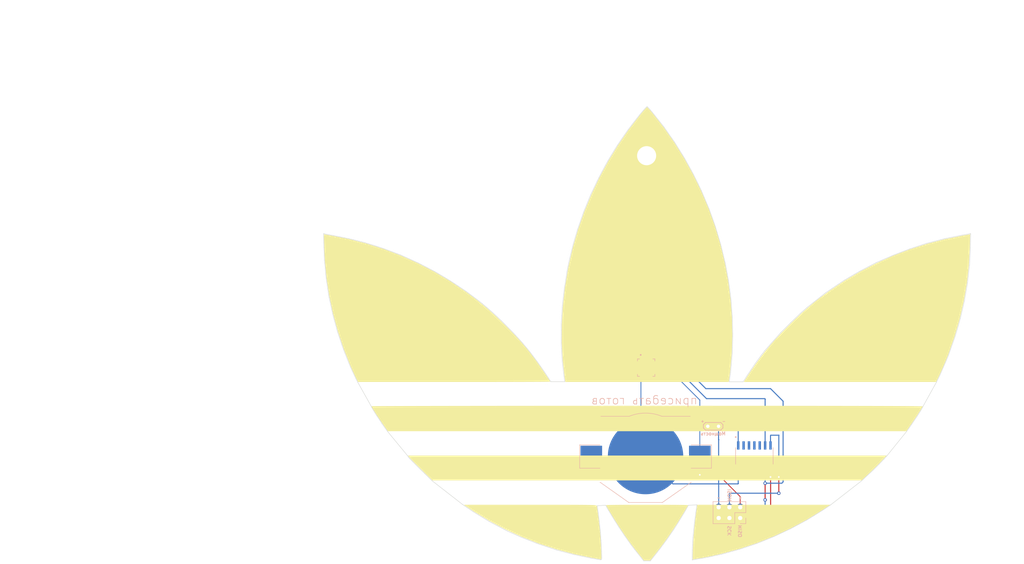
<source format=kicad_pcb>
(kicad_pcb (version 20211014) (generator pcbnew)
  (title_block (title "гопник") (date "2022-09-02") (rev "v0.1") (company "DE:AD:10:C5"))
  (layers (0 "F.Cu" signal) (31 "B.Cu" signal) (34 "B.Paste" user) (35 "F.Paste" user) (36 "B.SilkS" user "B.Silkscreen") (37 "F.SilkS" user "F.Silkscreen") (38 "B.Mask" user) (39 "F.Mask" user) (44 "Edge.Cuts" user))
  (net 0 "")
  (footprint "MountingHole:MountingHole_4.5mm" (layer "F.Cu") (at 165 49.4)
    (fp_text reference "REF**" (at 0 -5.5) (layer "F.SilkS"))
    (fp_text value "MountingHole_4.5mm" hide)
    (pad "" np_thru_hole circle (at 0 0) (size 4.5 4.5) (drill 4.5) (layers *.Cu *.Mask))
  )
  (footprint "Adidas:Adidas_Logo" (layer "F.Cu") (at 165.1 91.44)
    (fp_text reference "G***" (at 0 0) (layer "F.SilkS") (effects (font (size 1.524 1.524) (thickness 0.3))))
    (fp_text value "LOGO" hide)
    (fp_poly (pts (xy -75.933392 -23.43178) (xy -75.648776 -23.375512) (xy -75.215214 -23.297733) (xy -74.803 -23.227988) (xy -70.505163 -22.393185) (xy -66.272479 -21.313193) (xy -62.113487 -19.99168) (xy -58.036729 -18.432313) (xy -54.050745 -16.638759) (xy -50.164076 -14.614684) (xy -46.38526 -12.363755) (xy -42.72284 -9.88964) (xy -41.297298 -8.842027) (xy -39.919474 -7.785399) (xy -38.649583 -6.765847) (xy -37.437642 -5.739422) (xy -36.233669 -4.662173) (xy -34.987681 -3.49015) (xy -33.649697 -2.179402) (xy -33.139496 -1.66875) (xy -31.804739 -0.306877) (xy -30.626245 0.940672) (xy -29.563209 2.120623) (xy -28.574825 3.279706) (xy -27.620286 4.464648) (xy -26.658786 5.722177) (xy -26.505395 5.928094) (xy -26.143642 6.423982) (xy -25.721101 7.017269) (xy -25.260359 7.674714) (xy -24.784001 8.363077) (xy -24.314614 9.049118) (xy -23.874785 9.699597) (xy -23.487099 10.281274) (xy -23.174145 10.76091) (xy -22.958507 11.105264) (xy -22.862773 11.281096) (xy -22.860001 11.292926) (xy -22.984879 11.299944) (xy -23.351031 11.306759) (xy -23.94573 11.313332) (xy -24.756248 11.319626) (xy -25.76986 11.325603) (xy -26.973837 11.331226) (xy -28.355455 11.336457) (xy -29.901985 11.341259) (xy -31.600701 11.345594) (xy -33.438877 11.349425) (xy -35.403785 11.352713) (xy -37.4827 11.355422) (xy -39.662893 11.357514) (xy -41.931639 11.358952) (xy -44.276211 11.359697) (xy -45.528083 11.359799) (xy -68.196166 11.359799) (xy -68.690514 10.370603) (xy -68.925764 9.882484) (xy -69.225503 9.235059) (xy -69.555236 8.504117) (xy -69.880467 7.765445) (xy -69.95982 7.581971) (xy -71.566427 3.543437) (xy -72.939474 -0.563804) (xy -74.075512 -4.724221) (xy -74.97109 -8.922288) (xy -75.62276 -13.142476) (xy -76.02707 -17.369254) (xy -76.161307 -20.333643) (xy -76.238283 -23.499948)) (layer "F.SilkS") (width 0) (fill solid))
    (fp_poly (pts (xy 5.409414 16.976083) (xy 10.567122 16.976698) (xy 15.475419 16.97773) (xy 20.136599 16.979182) (xy 24.552955 16.98106) (xy 28.726782 16.983368) (xy 32.660375 16.986111) (xy 36.356026 16.989293) (xy 39.81603 16.99292) (xy 43.042681 16.996996) (xy 46.038273 17.001525) (xy 48.805101 17.006514) (xy 51.345459 17.011965) (xy 53.66164 17.017884) (xy 55.755938 17.024276) (xy 57.630648 17.031145) (xy 59.288064 17.038497) (xy 60.73048 17.046335) (xy 61.96019 17.054665) (xy 62.979489 17.063491) (xy 63.790669 17.072817) (xy 64.396026 17.08265) (xy 64.797853 17.092993) (xy 64.998444 17.103851) (xy 65.024 17.109564) (xy 64.955178 17.268853) (xy 64.762421 17.606098) (xy 64.466292 18.089309) (xy 64.087354 18.6865) (xy 63.646169 19.365682) (xy 63.163301 20.094868) (xy 62.659311 20.842068) (xy 62.154764 21.575296) (xy 62.13564 21.602763) (xy 61.179899 22.974874) (xy -61.166834 22.974874) (xy -62.257734 21.411306) (xy -62.729081 20.726733) (xy -63.207788 20.01551) (xy -63.672236 19.311464) (xy -64.100808 18.648423) (xy -64.471888 18.060212) (xy -64.763858 17.580659) (xy -64.955101 17.243591) (xy -65.024 17.082834) (xy -65.024 17.082613) (xy -64.898253 17.075963) (xy -64.52602 17.069418) (xy -63.914815 17.06299) (xy -63.072153 17.056692) (xy -62.005548 17.050535) (xy -60.722515 17.044533) (xy -59.230567 17.038698) (xy -57.53722 17.033042) (xy -55.649986 17.027577) (xy -53.576381 17.022315) (xy -51.323919 17.01727) (xy -48.900114 17.012453) (xy -46.312481 17.007877) (xy -43.568533 17.003553) (xy -40.675785 16.999495) (xy -37.641751 16.995715) (xy -34.473945 16.992224) (xy -31.179883 16.989036) (xy -27.767077 16.986163) (xy -24.243043 16.983617) (xy -20.615294 16.98141) (xy -16.891346 16.979554) (xy -13.078711 16.978063) (xy -9.184905 16.976948) (xy -5.217442 16.976222) (xy -1.183835 16.975896) (xy 0 16.975879)) (layer "F.SilkS") (width 0) (fill solid))
    (fp_poly (pts (xy 1.540797 40.334709) (xy 3.005647 40.337724) (xy 4.375045 40.342547) (xy 5.629488 40.349015) (xy 6.749472 40.356964) (xy 7.715494 40.36623) (xy 8.50805 40.376649) (xy 9.107637 40.388056) (xy 9.49475 40.400287) (xy 9.649887 40.413178) (xy 9.652 40.414883) (xy 9.586605 40.572272) (xy 9.40367 40.9117) (xy 9.12307 41.400512) (xy 8.764679 42.006055) (xy 8.348371 42.695674) (xy 7.89402 43.436715) (xy 7.4215 44.196524) (xy 6.950687 44.942446) (xy 6.501454 45.641827) (xy 6.093675 46.262013) (xy 6.089113 46.268844) (xy 5.299152 47.437152) (xy 4.564734 48.489554) (xy 3.833876 49.49729) (xy 3.054596 50.531594) (xy 2.174913 51.663706) (xy 1.874635 52.044472) (xy 0.739034 53.480402) (xy -0.739035 53.480402) (xy -1.874636 52.044472) (xy -2.795866 50.867721) (xy -3.600626 49.810794) (xy -4.340899 48.802454) (xy -5.068667 47.771462) (xy -5.835912 46.646581) (xy -6.089114 46.268844) (xy -6.496275 45.649806) (xy -6.945128 44.951182) (xy -7.4158 44.205625) (xy -7.888417 43.44579) (xy -8.343104 42.70433) (xy -8.759986 42.0139) (xy -9.119191 41.407154) (xy -9.400842 40.916747) (xy -9.585067 40.575332) (xy -9.651991 40.415565) (xy -9.652 40.414883) (xy -9.528251 40.401918) (xy -9.170006 40.389593) (xy -8.596769 40.37807) (xy -7.828042 40.367515) (xy -6.883331 40.358091) (xy -5.782137 40.349962) (xy -4.543966 40.343293) (xy -3.18832 40.338248) (xy -1.734704 40.334991) (xy -0.20262 40.333686) (xy 0 40.333668)) (layer "F.SilkS") (width 0) (fill solid))
    (fp_poly (pts (xy 43.2435 40.33868) (xy 41.3385 41.594695) (xy 37.687967 43.849969) (xy 33.897602 45.896661) (xy 29.982369 47.728582) (xy 25.957232 49.33954) (xy 21.837156 50.723347) (xy 17.637105 51.873813) (xy 15.107904 52.444736) (xy 14.365396 52.595813) (xy 13.62709 52.740218) (xy 12.968477 52.863557) (xy 12.465045 52.951434) (xy 12.377404 52.965385) (xy 11.87507 53.045551) (xy 11.426638 53.121445) (xy 11.14425 53.173713) (xy 10.795 53.245408) (xy 10.796843 52.30989) (xy 10.825129 50.909245) (xy 10.901799 49.318172) (xy 11.022178 47.595886) (xy 11.181591 45.801601) (xy 11.375363 43.994534) (xy 11.583728 42.343969) (xy 11.857854 40.333668)) (layer "F.SilkS") (width 0) (fill solid))
    (fp_poly (pts (xy 0.118882 -53.387354) (xy 0.366788 -53.13135) (xy 0.712019 -52.747108) (xy 1.122872 -52.26934) (xy 1.311253 -52.044473) (xy 3.934266 -48.701305) (xy 6.406138 -45.169794) (xy 8.710402 -41.478037) (xy 10.830591 -37.654132) (xy 12.750237 -33.726175) (xy 14.452871 -29.722265) (xy 14.571007 -29.420604) (xy 16.045845 -25.301687) (xy 17.296887 -21.105502) (xy 18.321818 -16.850556) (xy 19.118322 -12.555359) (xy 19.684085 -8.238419) (xy 20.01679 -3.918245) (xy 20.114122 0.386656) (xy 19.973766 4.657775) (xy 19.593406 8.876602) (xy 19.477243 9.796231) (xy 19.269346 11.359799) (xy -19.27478 11.359799) (xy -19.417774 10.370603) (xy -19.882309 6.294614) (xy -20.110708 2.135832) (xy -20.103341 -2.095434) (xy -19.860576 -6.388876) (xy -19.382784 -10.734185) (xy -18.670332 -15.121051) (xy -18.467592 -16.163368) (xy -17.494151 -20.384742) (xy -16.276587 -24.580858) (xy -14.824736 -28.731147) (xy -13.148431 -32.81504) (xy -11.257509 -36.811968) (xy -9.161802 -40.701365) (xy -6.871147 -44.46266) (xy -4.395377 -48.075286) (xy -1.744327 -51.518674) (xy -1.311254 -52.044473) (xy -0.881976 -52.551705) (xy -0.504729 -52.980295) (xy -0.211215 -53.295529) (xy -0.033135 -53.462692) (xy 0 -53.480402)) (layer "F.SilkS") (width 0) (fill solid))
    (fp_poly (pts (xy -25.2775 40.333811) (xy -23.197336 40.334364) (xy -21.344763 40.335515) (xy -19.706578 40.337453) (xy -18.269576 40.340364) (xy -17.020553 40.344436) (xy -15.946306 40.349858) (xy -15.033629 40.356816) (xy -14.26932 40.365499) (xy -13.640172 40.376094) (xy -13.132984 40.388789) (xy -12.73455 40.403772) (xy -12.431666 40.42123) (xy -12.211129 40.441352) (xy -12.059733 40.464324) (xy -11.964275 40.490335) (xy -11.911551 40.519572) (xy -11.888357 40.552223) (xy -11.886728 40.557035) (xy -11.834929 40.804679) (xy -11.761575 41.2624) (xy -11.672136 41.886447) (xy -11.572081 42.633068) (xy -11.466881 43.458514) (xy -11.362005 44.319032) (xy -11.262924 45.170873) (xy -11.175107 45.970284) (xy -11.104024 46.673517) (xy -11.060899 47.162311) (xy -11.00861 47.895713) (xy -10.953771 48.789355) (xy -10.901723 49.748323) (xy -10.857808 50.677704) (xy -10.843581 51.023366) (xy -10.814777 51.835931) (xy -10.802197 52.426121) (xy -10.8072 52.826402) (xy -10.83114 53.069238) (xy -10.875376 53.187095) (xy -10.935087 53.213054) (xy -11.12023 53.186912) (xy -11.503648 53.123706) (xy -12.03375 53.03222) (xy -12.658941 52.921238) (xy -12.827 52.890942) (xy -17.136663 51.988304) (xy -21.366403 50.85538) (xy -25.503446 49.497286) (xy -29.535014 47.919137) (xy -33.448332 46.126048) (xy -37.230625 44.123136) (xy -40.869117 41.915516) (xy -41.84486 41.271824) (xy -43.241803 40.333668) (xy -27.59846 40.333668)) (layer "F.SilkS") (width 0) (fill solid))
    (fp_poly (pts (xy 76.164224 -20.397326) (xy 75.939259 -16.164378) (xy 75.463338 -11.938076) (xy 74.735873 -7.715503) (xy 73.756278 -3.493739) (xy 72.523963 0.730133) (xy 71.079702 4.850251) (xy 70.813738 5.526978) (xy 70.479026 6.342305) (xy 70.102425 7.23412) (xy 69.710794 8.140312) (xy 69.330991 8.998769) (xy 68.989874 9.74738) (xy 68.714301 10.324034) (xy 68.702475 10.347737) (xy 68.196165 11.359799) (xy 22.839283 11.359799) (xy 23.125254 10.881155) (xy 23.293353 10.613465) (xy 23.573335 10.18261) (xy 23.933835 9.636233) (xy 24.343487 9.021977) (xy 24.616743 8.615577) (xy 25.753614 6.967566) (xy 26.851672 5.458868) (xy 27.951449 4.040581) (xy 29.093474 2.663806) (xy 30.318278 1.279639) (xy 31.666392 -0.160821) (xy 33.139495 -1.667436) (xy 34.776182 -3.281566) (xy 36.318454 -4.733154) (xy 37.819401 -6.067481) (xy 39.332109 -7.329829) (xy 40.909666 -8.565477) (xy 42.60516 -9.819707) (xy 43.18 -10.231458) (xy 46.678247 -12.567123) (xy 50.336096 -14.71546) (xy 54.131235 -16.667299) (xy 58.041353 -18.413472) (xy 62.044138 -19.944808) (xy 66.117279 -21.252138) (xy 70.238465 -22.326292) (xy 74.385384 -23.1581) (xy 74.803 -23.227988) (xy 75.282967 -23.309556) (xy 75.701099 -23.385309) (xy 75.932854 -23.431644) (xy 76.237209 -23.499677)) (layer "F.SilkS") (width 0) (fill solid))
    (fp_poly (pts (xy 55.311029 30.026884) (xy 54.784986 30.573442) (xy 54.135957 31.227854) (xy 53.428651 31.925982) (xy 52.727776 32.603688) (xy 52.349249 32.962562) (xy 50.617275 34.589949) (xy -50.642416 34.589949) (xy -53.262314 32.023419) (xy -53.949252 31.346614) (xy -54.58732 30.710646) (xy -55.150525 30.141997) (xy -55.612872 29.667148) (xy -55.948371 29.312582) (xy -56.131028 29.10478) (xy -56.143754 29.087741) (xy -56.405296 28.718592) (xy 56.540835 28.718592)) (layer "F.SilkS") (width 0) (fill solid))
  )
  (footprint "Connector_PinHeader_2.54mm:PinHeader_2x03_P2.54mm_Vertical" (layer "B.Cu") (at 187.0814 134.9044 90)
    (fp_text reference "REF**" hide)
    (fp_text value "PinHeader_2x03_P2.54mm_Vertical" hide)
    (fp_line (start 1.27 -1.27) (end 1.27 1.33) (layer "B.SilkS") (width 0.12))
    (fp_line (start 1.27 1.33) (end 3.87 1.33) (layer "B.SilkS") (width 0.12))
    (fp_line (start -1.33 0) (end -1.33 1.33) (layer "B.SilkS") (width 0.12))
    (fp_line (start -1.33 -1.27) (end 1.27 -1.27) (layer "B.SilkS") (width 0.12))
    (fp_line (start -1.33 -6.41) (end 3.87 -6.41) (layer "B.SilkS") (width 0.12))
    (fp_line (start -1.33 1.33) (end 0 1.33) (layer "B.SilkS") (width 0.12))
    (fp_line (start 3.87 1.33) (end 3.87 -6.41) (layer "B.SilkS") (width 0.12))
    (fp_line (start -1.33 -1.27) (end -1.33 -6.41) (layer "B.SilkS") (width 0.12))
    (pad "1" thru_hole rect (at 0 0 90) (size 1.7 1.7) (drill 1) (layers *.Cu *.Mask))
    (pad "2" thru_hole oval (at 2.54 0 90) (size 1.7 1.7) (drill 1) (layers *.Cu *.Mask))
    (pad "3" thru_hole oval (at 0 -2.54 90) (size 1.7 1.7) (drill 1) (layers *.Cu *.Mask))
    (pad "4" thru_hole oval (at 2.54 -2.54 90) (size 1.7 1.7) (drill 1) (layers *.Cu *.Mask))
    (pad "5" thru_hole oval (at 0 -5.08 90) (size 1.7 1.7) (drill 1) (layers *.Cu *.Mask))
    (pad "6" thru_hole oval (at 2.54 -5.08 90) (size 1.7 1.7) (drill 1) (layers *.Cu *.Mask))
  )
  (footprint "at841:SOIC127P599X175-14N" (layer "B.Cu") (at 190.4238 120.2436 -90)
    (fp_text reference "REF**" hide)
    (fp_text value "SOIC127P599X175-14N" hide)
    (fp_line (start -1.9475 4.425) (end 1.9475 4.425) (layer "B.SilkS") (width 0.127))
    (fp_line (start -1.9475 -4.425) (end 1.9475 -4.425) (layer "B.SilkS") (width 0.127))
    (fp_circle (center -4.44 4.4) (end -4.34 4.4) (layer "B.SilkS") (width 0.2) (fill none))
    (pad "1" smd roundrect (at -2.47 3.81 270) (size 1.97 0.59) (layers "B.Cu" "B.Paste" "B.Mask") (roundrect_rratio 0.07))
    (pad "2" smd roundrect (at -2.47 2.54 270) (size 1.97 0.59) (layers "B.Cu" "B.Paste" "B.Mask") (roundrect_rratio 0.07))
    (pad "3" smd roundrect (at -2.47 1.27 270) (size 1.97 0.59) (layers "B.Cu" "B.Paste" "B.Mask") (roundrect_rratio 0.07))
    (pad "4" smd roundrect (at -2.47 0 270) (size 1.97 0.59) (layers "B.Cu" "B.Paste" "B.Mask") (roundrect_rratio 0.07))
    (pad "5" smd roundrect (at -2.47 -1.27 270) (size 1.97 0.59) (layers "B.Cu" "B.Paste" "B.Mask") (roundrect_rratio 0.07))
    (pad "6" smd roundrect (at -2.47 -2.54 270) (size 1.97 0.59) (layers "B.Cu" "B.Paste" "B.Mask") (roundrect_rratio 0.07))
    (pad "7" smd roundrect (at -2.47 -3.81 270) (size 1.97 0.59) (layers "B.Cu" "B.Paste" "B.Mask") (roundrect_rratio 0.07))
    (pad "8" smd roundrect (at 2.47 -3.81 270) (size 1.97 0.59) (layers "B.Cu" "B.Paste" "B.Mask") (roundrect_rratio 0.07))
    (pad "9" smd roundrect (at 2.47 -2.54 270) (size 1.97 0.59) (layers "B.Cu" "B.Paste" "B.Mask") (roundrect_rratio 0.07))
    (pad "10" smd roundrect (at 2.47 -1.27 270) (size 1.97 0.59) (layers "B.Cu" "B.Paste" "B.Mask") (roundrect_rratio 0.07))
    (pad "11" smd roundrect (at 2.47 0 270) (size 1.97 0.59) (layers "B.Cu" "B.Paste" "B.Mask") (roundrect_rratio 0.07))
    (pad "12" smd roundrect (at 2.47 1.27 270) (size 1.97 0.59) (layers "B.Cu" "B.Paste" "B.Mask") (roundrect_rratio 0.07))
    (pad "13" smd roundrect (at 2.47 2.54 270) (size 1.97 0.59) (layers "B.Cu" "B.Paste" "B.Mask") (roundrect_rratio 0.07))
    (pad "14" smd roundrect (at 2.47 3.81 270) (size 1.97 0.59) (layers "B.Cu" "B.Paste" "B.Mask") (roundrect_rratio 0.07))
  )
  (footprint "TestPoint:TestPoint_2Pads_Pitch2.54mm_Drill0.8mm" (layer "B.Cu") (at 181.971 113.2586 180)
    (fp_text reference "REF**" hide)
    (fp_text value "TestPoint_2Pads_Pitch2.54mm_Drill0.8mm" hide)
    (fp_line (start 3.57 0.4) (end 3.57 -0.4) (layer "B.SilkS") (width 0.15))
    (fp_line (start 3.57 -0.4) (end 3.07 -0.9) (layer "B.SilkS") (width 0.15))
    (fp_line (start 3.07 0.9) (end 3.57 0.4) (layer "B.SilkS") (width 0.15))
    (fp_line (start -1.03 0.4) (end -0.53 0.9) (layer "B.SilkS") (width 0.15))
    (fp_line (start -0.53 0.9) (end 3.07 0.9) (layer "B.SilkS") (width 0.15))
    (fp_line (start 3.07 -0.9) (end -0.53 -0.9) (layer "B.SilkS") (width 0.15))
    (fp_line (start -0.53 -0.9) (end -1.03 -0.4) (layer "B.SilkS") (width 0.15))
    (fp_line (start -1.03 -0.4) (end -1.03 0.4) (layer "B.SilkS") (width 0.15))
    (pad "1" thru_hole circle (at 0 0 180) (size 1.4 1.4) (drill 0.8) (layers *.Cu *.Mask))
    (pad "2" thru_hole circle (at 2.54 0 180) (size 1.4 1.4) (drill 0.8) (layers *.Cu *.Mask))
  )
  (footprint "Battery:BatteryHolder_Keystone_3002_1x2032" (layer "B.Cu") (at 164.7444 120.396 180)
    (fp_text reference "REF**" hide)
    (fp_text value "BatteryHolder_Keystone_3002_1x2032" hide)
    (fp_line (start 15.55 -2.75) (end 15.55 2.75) (layer "B.SilkS") (width 0.12))
    (fp_line (start 3.95 -10.85) (end 10.75 -6.05) (layer "B.SilkS") (width 0.12))
    (fp_line (start 15.55 2.75) (end 10.75 2.75) (layer "B.SilkS") (width 0.12))
    (fp_line (start -15.55 2.75) (end -15.55 -2.75) (layer "B.SilkS") (width 0.12))
    (fp_line (start -10.75 2.75) (end -15.55 2.75) (layer "B.SilkS") (width 0.12))
    (fp_line (start 10.55 9.5) (end 3.85 9.5) (layer "B.SilkS") (width 0.12))
    (fp_line (start -10.55 9.5) (end -3.85 9.5) (layer "B.SilkS") (width 0.12))
    (fp_line (start 10.75 -2.75) (end 15.55 -2.75) (layer "B.SilkS") (width 0.12))
    (fp_line (start -10.8 -6.05) (end -3.95 -10.85) (layer "B.SilkS") (width 0.12))
    (fp_line (start -15.55 -2.75) (end -10.75 -2.75) (layer "B.SilkS") (width 0.12))
    (fp_line (start -3.95 -10.85) (end 3.95 -10.85) (layer "B.SilkS") (width 0.12))
    (fp_arc (start 3.85 9.5) (mid 0.00195 10.250488) (end -3.846385 9.501464) (layer "B.SilkS") (width 0.12))
    (pad "1" smd rect (at 12.8 0 180) (size 5.1 5.1) (layers "B.Cu" "B.Paste" "B.Mask"))
    (pad "1" smd rect (at -12.8 0 180) (size 5.1 5.1) (layers "B.Cu" "B.Paste" "B.Mask"))
    (pad "2" smd circle (at 0 0 180) (size 17.8 17.8) (layers "B.Cu" "B.Mask"))
  )
  (footprint "Library:QFN50P400X400X95-24N" (layer "B.Cu") (at 164.8968 99.4137 -90)
    (fp_text reference "REF**" hide)
    (fp_text value "QFN50P400X400X95-24N" hide)
    (fp_line (start 2.05 -1.56) (end 2.05 -2.05) (layer "B.SilkS") (width 0.127))
    (fp_line (start -2.05 -2.05) (end -2.05 -1.56) (layer "B.SilkS") (width 0.127))
    (fp_line (start 2.05 -2.05) (end 1.56 -2.05) (layer "B.SilkS") (width 0.127))
    (fp_line (start -1.56 -2.05) (end -2.05 -2.05) (layer "B.SilkS") (width 0.127))
    (fp_line (start 2.05 2.05) (end 2.05 1.56) (layer "B.SilkS") (width 0.127))
    (fp_line (start -1.56 2.05) (end -2.05 2.05) (layer "B.SilkS") (width 0.127))
    (fp_line (start 1.56 2.05) (end 2.05 2.05) (layer "B.SilkS") (width 0.127))
    (fp_line (start -2.05 1.56) (end -2.05 2.05) (layer "B.SilkS") (width 0.127))
    (fp_circle (center -3 1.3) (end -2.9 1.3) (layer "B.SilkS") (width 0.2) (fill none))
    (pad "1" smd rect (at -1.97 1.25 270) (size 0.79 0.26) (layers "B.Cu" "B.Paste" "B.Mask"))
    (pad "2" smd rect (at -1.97 0.75 270) (size 0.79 0.26) (layers "B.Cu" "B.Paste" "B.Mask"))
    (pad "3" smd rect (at -1.97 0.25 270) (size 0.79 0.26) (layers "B.Cu" "B.Paste" "B.Mask"))
    (pad "4" smd rect (at -1.97 -0.25 270) (size 0.79 0.26) (layers "B.Cu" "B.Paste" "B.Mask"))
    (pad "5" smd rect (at -1.97 -0.75 270) (size 0.79 0.26) (layers "B.Cu" "B.Paste" "B.Mask"))
    (pad "6" smd rect (at -1.97 -1.25 270) (size 0.79 0.26) (layers "B.Cu" "B.Paste" "B.Mask"))
    (pad "7" smd rect (at -1.25 -1.97 180) (size 0.79 0.26) (layers "B.Cu" "B.Paste" "B.Mask"))
    (pad "8" smd rect (at -0.75 -1.97 180) (size 0.79 0.26) (layers "B.Cu" "B.Paste" "B.Mask"))
    (pad "9" smd rect (at -0.25 -1.97 180) (size 0.79 0.26) (layers "B.Cu" "B.Paste" "B.Mask"))
    (pad "10" smd rect (at 0.25 -1.97 180) (size 0.79 0.26) (layers "B.Cu" "B.Paste" "B.Mask"))
    (pad "11" smd rect (at 0.75 -1.97 180) (size 0.79 0.26) (layers "B.Cu" "B.Paste" "B.Mask"))
    (pad "12" smd rect (at 1.25 -1.97 180) (size 0.79 0.26) (layers "B.Cu" "B.Paste" "B.Mask"))
    (pad "13" smd rect (at 1.97 -1.25 90) (size 0.79 0.26) (layers "B.Cu" "B.Paste" "B.Mask"))
    (pad "14" smd rect (at 1.97 -0.75 90) (size 0.79 0.26) (layers "B.Cu" "B.Paste" "B.Mask"))
    (pad "15" smd rect (at 1.97 -0.25 90) (size 0.79 0.26) (layers "B.Cu" "B.Paste" "B.Mask"))
    (pad "16" smd rect (at 1.97 0.25 90) (size 0.79 0.26) (layers "B.Cu" "B.Paste" "B.Mask"))
    (pad "17" smd rect (at 1.97 0.75 90) (size 0.79 0.26) (layers "B.Cu" "B.Paste" "B.Mask"))
    (pad "18" smd rect (at 1.97 1.25 90) (size 0.79 0.26) (layers "B.Cu" "B.Paste" "B.Mask"))
    (pad "19" smd rect (at 1.25 1.97) (size 0.79 0.26) (layers "B.Cu" "B.Paste" "B.Mask"))
    (pad "20" smd rect (at 0.75 1.97) (size 0.79 0.26) (layers "B.Cu" "B.Paste" "B.Mask"))
    (pad "21" smd rect (at 0.25 1.97) (size 0.79 0.26) (layers "B.Cu" "B.Paste" "B.Mask"))
    (pad "22" smd rect (at -0.25 1.97) (size 0.79 0.26) (layers "B.Cu" "B.Paste" "B.Mask"))
    (pad "23" smd rect (at -0.75 1.97) (size 0.79 0.26) (layers "B.Cu" "B.Paste" "B.Mask"))
    (pad "24" smd rect (at -1.25 1.97) (size 0.79 0.26) (layers "B.Cu" "B.Paste" "B.Mask"))
  )
  (gr_line (start 159.75 138.97) (end 161.3 141.17) (layer "Edge.Cuts") (width 0.1))
  (gr_line (start 221.57 120.37) (end 221.75 120.17) (layer "Edge.Cuts") (width 0.1))
  (gr_line (start 130.7 88.34) (end 128.6 86.37) (layer "Edge.Cuts") (width 0.1))
  (gr_line (start 184.77 142.86) (end 186.51 142.38) (layer "Edge.Cuts") (width 0.1))
  (gr_line (start 89.26 77.08) (end 89.38 78.34) (layer "Edge.Cuts") (width 0.1))
  (gr_line (start 158.12 46.93) (end 157.24 48.35) (layer "Edge.Cuts") (width 0.1))
  (gr_line (start 146.85 73.65) (end 146.46 75.47) (layer "Edge.Cuts") (width 0.1))
  (gr_line (start 157.47 135.48) (end 158.5 137.1) (layer "Edge.Cuts") (width 0.1))
  (gr_line (start 94.33 97.29) (end 94.82 98.53) (layer "Edge.Cuts") (width 0.1))
  (gr_line (start 241.2 75.2) (end 241.4 71.11) (layer "Edge.Cuts") (width 0.1))
  (gr_line (start 195.08 139.25) (end 197.1 138.3) (layer "Edge.Cuts") (width 0.1))
  (gr_line (start 109.85 121.65) (end 111.61 123.42) (layer "Edge.Cuts") (width 0.1))
  (gr_line (start 153.73 134.9) (end 153.34 132) (layer "Edge.Cuts") (width 0.1))
  (gr_line (start 95.63 100.37) (end 96.39 102) (layer "Edge.Cuts") (width 0.1))
  (gr_line (start 140.86 100.41) (end 139.96 99.11) (layer "Edge.Cuts") (width 0.1))
  (gr_line (start 144.92 94.91) (end 145.09 97.9) (layer "Edge.Cuts") (width 0.1))
  (gr_line (start 189.54 100.08) (end 188.73 101.27) (layer "Edge.Cuts") (width 0.1))
  (gr_line (start 198.97 88.83) (end 196.66 91.14) (layer "Edge.Cuts") (width 0.1))
  (gr_line (start 175.94 139.49) (end 175.87 140.56) (layer "Edge.Cuts") (width 0.1))
  (gr_line (start 176.88 131.8) (end 176.63 133.51) (layer "Edge.Cuts") (width 0.1))
  (gr_line (start 181.62 67.48) (end 181.22 66.13) (layer "Edge.Cuts") (width 0.1))
  (gr_line (start 184.6 80.91) (end 184.31 78.87) (layer "Edge.Cuts") (width 0.1))
  (gr_line (start 144.99 87.06) (end 144.85 89.2) (layer "Edge.Cuts") (width 0.1))
  (gr_line (start 159.7 44.61) (end 158.12 46.93) (layer "Edge.Cuts") (width 0.1))
  (gr_line (start 100 108.52) (end 100.08 108.72) (layer "Edge.Cuts") (width 0.1))
  (gr_line (start 148.7 66.84) (end 147.71 70.22) (layer "Edge.Cuts") (width 0.1))
  (gr_line (start 186.51 142.38) (end 186.94 142.26) (layer "Edge.Cuts") (width 0.1))
  (gr_line (start 175.76 144.81) (end 176.47 144.67) (layer "Edge.Cuts") (width 0.1))
  (gr_line (start 226.37 114.45) (end 227.51 112.82) (layer "Edge.Cuts") (width 0.1))
  (gr_line (start 199.02 137.41) (end 199.71 137.03) (layer "Edge.Cuts") (width 0.1))
  (gr_line (start 184.88 83.17) (end 184.6 80.91) (layer "Edge.Cuts") (width 0.1))
  (gr_line (start 162.19 142.32) (end 164.32 145.03) (layer "Edge.Cuts") (width 0.1))
  (gr_line (start 201.37 136.14) (end 202.68 135.43) (layer "Edge.Cuts") (width 0.1))
  (gr_line (start 239.53 68.14) (end 235.65 68.92) (layer "Edge.Cuts") (width 0.1))
  (gr_line (start 185.31 91.48) (end 185.22 87.61) (layer "Edge.Cuts") (width 0.1))
  (gr_line (start 175.87 140.56) (end 175.84 141.24) (layer "Edge.Cuts") (width 0.1))
  (gr_line (start 230.21 108.58) (end 233.41 102.81) (layer "Edge.Cuts") (width 0.1))
  (gr_line (start 236.72 95.09) (end 237.77 92.09) (layer "Edge.Cuts") (width 0.1))
  (gr_line (start 165.12 37.81) (end 164.98 37.93) (layer "Edge.Cuts") (width 0.1))
  (gr_line (start 139.96 99.11) (end 139.17 98) (layer "Edge.Cuts") (width 0.1))
  (gr_line (start 138.17 96.66) (end 137.55 95.84) (layer "Edge.Cuts") (width 0.1))
  (gr_line (start 127.82 135.7) (end 132.08 137.95) (layer "Edge.Cuts") (width 0.1))
  (gr_line (start 163.33 39.79) (end 162.07 41.4) (layer "Edge.Cuts") (width 0.1))
  (gr_line (start 161.3 141.17) (end 162.19 142.32) (layer "Edge.Cuts") (width 0.1))
  (gr_line (start 95.15 99.33) (end 95.63 100.37) (layer "Edge.Cuts") (width 0.1))
  (gr_line (start 183.5 74.55) (end 182.62 70.92) (layer "Edge.Cuts") (width 0.1))
  (gr_line (start 154.32 144.64) (end 154.39 144.43) (layer "Edge.Cuts") (width 0.1))
  (gr_line (start 182.16 143.55) (end 182.75 143.42) (layer "Edge.Cuts") (width 0.1))
  (gr_line (start 176 53.74) (end 175.5 52.81) (layer "Edge.Cuts") (width 0.1))
  (gr_line (start 132.08 137.95) (end 135.43 139.44) (layer "Edge.Cuts") (width 0.1))
  (gr_line (start 144.87 90.61) (end 144.87 91.54) (layer "Edge.Cuts") (width 0.1))
  (gr_line (start 150.37 62.14) (end 150.13 62.73) (layer "Edge.Cuts") (width 0.1))
  (gr_line (start 93.1 94.06) (end 93.46 95.09) (layer "Edge.Cuts") (width 0.1))
  (gr_line (start 113.39 75.91) (end 111.8 75.09) (layer "Edge.Cuts") (width 0.1))
  (gr_line (start 94.62 68.97) (end 92.84 68.6) (layer "Edge.Cuts") (width 0.1))
  (gr_line (start 197.1 138.3) (end 199.02 137.41) (layer "Edge.Cuts") (width 0.1))
  (gr_line (start 101.34 70.81) (end 98.47 69.92) (layer "Edge.Cuts") (width 0.1))
  (gr_line (start 215.78 126.08) (end 216.73 125.18) (layer "Edge.Cuts") (width 0.1))
  (gr_line (start 127.31 85.25) (end 126.17 84.28) (layer "Edge.Cuts") (width 0.1))
  (gr_line (start 216.73 125.18) (end 218.39 123.65) (layer "Edge.Cuts") (width 0.1))
  (gr_line (start 155.93 50.51) (end 155.32 51.61) (layer "Edge.Cuts") (width 0.1))
  (gr_line (start 89.38 78.34) (end 89.48 78.93) (layer "Edge.Cuts") (width 0.1))
  (gr_line (start 229.62 109.65) (end 230.12 108.8) (layer "Edge.Cuts") (width 0.1))
  (gr_line (start 93.46 95.09) (end 93.82 96) (layer "Edge.Cuts") (width 0.1))
  (gr_line (start 182.46 70.27) (end 181.62 67.48) (layer "Edge.Cuts") (width 0.1))
  (gr_line (start 106.95 72.84) (end 106.21 72.58) (layer "Edge.Cuts") (width 0.1))
  (gr_line (start 235.49 98.24) (end 236.17 96.62) (layer "Edge.Cuts") (width 0.1))
  (gr_line (start 164.98 37.93) (end 164.7 38.19) (layer "Edge.Cuts") (width 0.1))
  (gr_line (start 154.14 144.77) (end 154.29 144.74) (layer "Edge.Cuts") (width 0.1))
  (gr_line (start 109.13 120.91) (end 109.85 121.65) (layer "Edge.Cuts") (width 0.1))
  (gr_line (start 173.48 49.25) (end 171.58 46.2) (layer "Edge.Cuts") (width 0.1))
  (gr_line (start 154.1 138.31) (end 153.73 134.9) (layer "Edge.Cuts") (width 0.1))
  (gr_line (start 234.22 101.15) (end 235.49 98.24) (layer "Edge.Cuts") (width 0.1))
  (gr_line (start 218.39 123.65) (end 219.83 122.22) (layer "Edge.Cuts") (width 0.1))
  (gr_line (start 139.5 141.02) (end 143.74 142.44) (layer "Edge.Cuts") (width 0.1))
  (gr_line (start 219.83 122.22) (end 221.01 120.99) (layer "Edge.Cuts") (width 0.1))
  (gr_line (start 151.77 144.34) (end 154.14 144.77) (layer "Edge.Cuts") (width 0.1))
  (gr_line (start 237.77 92.09) (end 238.56 89.45) (layer "Edge.Cuts") (width 0.1))
  (gr_line (start 134.03 91.76) (end 133.44 91.12) (layer "Edge.Cuts") (width 0.1))
  (gr_line (start 153.34 132) (end 155.35 131.9) (layer "Edge.Cuts") (width 0.1))
  (gr_line (start 91.74 89.74) (end 92.05 90.95) (layer "Edge.Cuts") (width 0.1))
  (gr_line (start 199.71 137.03) (end 201.37 136.14) (layer "Edge.Cuts") (width 0.1))
  (gr_line (start 89.62 67.99) (end 88.76 67.78) (layer "Edge.Cuts") (width 0.1))
  (gr_line (start 95.8 69.24) (end 94.62 68.97) (layer "Edge.Cuts") (width 0.1))
  (gr_line (start 144.85 89.2) (end 144.87 90.61) (layer "Edge.Cuts") (width 0.1))
  (gr_line (start 184.49 102.76) (end 184.8 100.52) (layer "Edge.Cuts") (width 0.1))
  (gr_line (start 157.24 48.35) (end 155.93 50.51) (layer "Edge.Cuts") (width 0.1))
  (gr_line (start 151.8 58.61) (end 150.81 61.06) (layer "Edge.Cuts") (width 0.1))
  (gr_line (start 90.27 83.7) (end 90.69 85.68) (layer "Edge.Cuts") (width 0.1))
  (gr_line (start 196.66 91.14) (end 192.92 95.36) (layer "Edge.Cuts") (width 0.1))
  (gr_line (start 211.64 78.8) (end 207.17 81.8) (layer "Edge.Cuts") (width 0.1))
  (gr_line (start 192.77 140.19) (end 194.88 139.33) (layer "Edge.Cuts") (width 0.1))
  (gr_line (start 177.94 57.7) (end 177.14 56.04) (layer "Edge.Cuts") (width 0.1))
  (gr_line (start 160.66 43.24) (end 159.7 44.61) (layer "Edge.Cuts") (width 0.1))
  (gr_line (start 214.05 77.39) (end 211.64 78.8) (layer "Edge.Cuts") (width 0.1))
  (gr_line (start 191.91 96.69) (end 190.62 98.45) (layer "Edge.Cuts") (width 0.1))
  (gr_line (start 145.51 101.44) (end 145.68 102.72) (layer "Edge.Cuts") (width 0.1))
  (gr_line (start 206.22 82.57) (end 202.87 85.21) (layer "Edge.Cuts") (width 0.1))
  (gr_line (start 155.67 132.51) (end 156.01 133.07) (layer "Edge.Cuts") (width 0.1))
  (gr_line (start 175.84 141.24) (end 175.79 142.45) (layer "Edge.Cuts") (width 0.1))
  (gr_line (start 103.59 114.08) (end 103.85 114.46) (layer "Edge.Cuts") (width 0.1))
  (gr_line (start 126.17 84.28) (end 125.02 83.39) (layer "Edge.Cuts") (width 0.1))
  (gr_line (start 158.5 137.1) (end 159.75 138.97) (layer "Edge.Cuts") (width 0.1))
  (gr_line (start 108.9 120.66) (end 109.13 120.91) (layer "Edge.Cuts") (width 0.1))
  (gr_line (start 236.17 96.62) (end 236.72 95.09) (layer "Edge.Cuts") (width 0.1))
  (gr_line (start 103 71.36) (end 101.34 70.81) (layer "Edge.Cuts") (width 0.1))
  (gr_line (start 102.06 111.85) (end 102.55 112.62) (layer "Edge.Cuts") (width 0.1))
  (gr_line (start 175.79 142.45) (end 175.76 143.89) (layer "Edge.Cuts") (width 0.1))
  (gr_line (start 227.51 112.82) (end 228.87 110.81) (layer "Edge.Cuts") (width 0.1))
  (gr_line (start 188.73 101.27) (end 187.78 102.76) (layer "Edge.Cuts") (width 0.1))
  (gr_line (start 149.34 65.02) (end 148.7 66.84) (layer "Edge.Cuts") (width 0.1))
  (gr_line (start 154.36 142.77) (end 154.23 140.2) (layer "Edge.Cuts") (width 0.1))
  (gr_line (start 100.08 108.72) (end 100.23 108.99) (layer "Edge.Cuts") (width 0.1))
  (gr_line (start 178.81 144.27) (end 180.23 143.98) (layer "Edge.Cuts") (width 0.1))
  (gr_line (start 89.48 78.93) (end 89.75 80.8) (layer "Edge.Cuts") (width 0.1))
  (gr_line (start 111.12 74.74) (end 107.56 73.12) (layer "Edge.Cuts") (width 0.1))
  (gr_line (start 139.17 98) (end 138.17 96.66) (layer "Edge.Cuts") (width 0.1))
  (gr_line (start 145.09 97.9) (end 145.51 101.44) (layer "Edge.Cuts") (width 0.1))
  (gr_line (start 202.68 135.43) (end 202.82 135.36) (layer "Edge.Cuts") (width 0.1))
  (gr_line (start 133.44 91.12) (end 132.45 90.13) (layer "Edge.Cuts") (width 0.1))
  (gr_line (start 154.29 144.74) (end 154.32 144.64) (layer "Edge.Cuts") (width 0.1))
  (gr_line (start 221.75 120.17) (end 226.37 114.45) (layer "Edge.Cuts") (width 0.1))
  (gr_line (start 190.62 98.45) (end 189.73 99.79) (layer "Edge.Cuts") (width 0.1))
  (gr_line (start 150.81 61.06) (end 150.37 62.14) (layer "Edge.Cuts") (width 0.1))
  (gr_line (start 96.85 102.9) (end 100 108.52) (layer "Edge.Cuts") (width 0.1))
  (gr_line (start 173.94 50) (end 173.48 49.25) (layer "Edge.Cuts") (width 0.1))
  (gr_line (start 175.76 143.89) (end 175.76 144.81) (layer "Edge.Cuts") (width 0.1))
  (gr_line (start 114.99 76.75) (end 113.39 75.91) (layer "Edge.Cuts") (width 0.1))
  (gr_line (start 111.61 123.42) (end 112.65 124.42) (layer "Edge.Cuts") (width 0.1))
  (gr_line (start 221.01 120.99) (end 221.57 120.37) (layer "Edge.Cuts") (width 0.1))
  (gr_line (start 138.94 140.82) (end 139.5 141.02) (layer "Edge.Cuts") (width 0.1))
  (gr_line (start 89.94 82.04) (end 90.06 82.79) (layer "Edge.Cuts") (width 0.1))
  (gr_line (start 88.85 71.02) (end 88.97 74.07) (layer "Edge.Cuts") (width 0.1))
  (gr_line (start 204.56 134.29) (end 206.45 133.11) (layer "Edge.Cuts") (width 0.1))
  (gr_line (start 184.91 83.47) (end 184.88 83.17) (layer "Edge.Cuts") (width 0.1))
  (gr_line (start 231.03 70.11) (end 227.08 71.41) (layer "Edge.Cuts") (width 0.1))
  (gr_line (start 202.82 135.36) (end 204.56 134.29) (layer "Edge.Cuts") (width 0.1))
  (gr_line (start 149.91 63.36) (end 149.34 65.02) (layer "Edge.Cuts") (width 0.1))
  (gr_line (start 174.86 131.89) (end 176.88 131.8) (layer "Edge.Cuts") (width 0.1))
  (gr_line (start 103.85 114.46) (end 108.59 120.21) (layer "Edge.Cuts") (width 0.1))
  (gr_line (start 206.45 133.11) (end 207.73 132.27) (layer "Edge.Cuts") (width 0.1))
  (gr_line (start 89.06 74.83) (end 89.26 77.08) (layer "Edge.Cuts") (width 0.1))
  (gr_line (start 185.22 87.61) (end 184.91 83.47) (layer "Edge.Cuts") (width 0.1))
  (gr_line (start 98.47 69.92) (end 97.22 69.6) (layer "Edge.Cuts") (width 0.1))
  (gr_line (start 191.08 140.87) (end 192.77 140.19) (layer "Edge.Cuts") (width 0.1))
  (gr_line (start 184.94 98.95) (end 185.2 96.01) (layer "Edge.Cuts") (width 0.1))
  (gr_line (start 208.39 131.83) (end 215.78 126.08) (layer "Edge.Cuts") (width 0.1))
  (gr_line (start 184.31 78.87) (end 183.68 75.39) (layer "Edge.Cuts") (width 0.1))
  (gr_line (start 154.4 144.3) (end 154.36 142.77) (layer "Edge.Cuts") (width 0.1))
  (gr_line (start 134.68 92.45) (end 134.03 91.76) (layer "Edge.Cuts") (width 0.1))
  (gr_line (start 90.92 86.74) (end 91.27 88.05) (layer "Edge.Cuts") (width 0.1))
  (gr_line (start 132.45 90.13) (end 130.7 88.34) (layer "Edge.Cuts") (width 0.1))
  (gr_line (start 176.3 135.97) (end 175.94 139.49) (layer "Edge.Cuts") (width 0.1))
  (gr_line (start 124.13 133.44) (end 127.82 135.7) (layer "Edge.Cuts") (width 0.1))
  (gr_line (start 88.97 74.07) (end 89.06 74.83) (layer "Edge.Cuts") (width 0.1))
  (gr_line (start 142.38 102.72) (end 141.9 101.97) (layer "Edge.Cuts") (width 0.1))
  (gr_line (start 239.03 87.78) (end 239.98 83.69) (layer "Edge.Cuts") (width 0.1))
  (gr_line (start 145.43 82.07) (end 145.14 84.7) (layer "Edge.Cuts") (width 0.1))
  (gr_line (start 93.82 96) (end 94.33 97.29) (layer "Edge.Cuts") (width 0.1))
  (gr_line (start 88.82 69.95) (end 88.85 71.02) (layer "Edge.Cuts") (width 0.1))
  (gr_line (start 154.49 53.17) (end 153.74 54.58) (layer "Edge.Cuts") (width 0.1))
  (gr_line (start 154.39 144.43) (end 154.4 144.3) (layer "Edge.Cuts") (width 0.1))
  (gr_line (start 125.02 83.39) (end 122.38 81.42) (layer "Edge.Cuts") (width 0.1))
  (gr_line (start 175.5 52.81) (end 173.94 50) (layer "Edge.Cuts") (width 0.1))
  (gr_line (start 89.75 80.8) (end 89.94 82.04) (layer "Edge.Cuts") (width 0.1))
  (gr_line (start 118.73 78.99) (end 117.34 78.14) (layer "Edge.Cuts") (width 0.1))
  (gr_line (start 182.75 143.42) (end 184.77 142.86) (layer "Edge.Cuts") (width 0.1))
  (gr_line (start 169.1 42.65) (end 167.65 40.82) (layer "Edge.Cuts") (width 0.1))
  (gr_line (start 128.6 86.37) (end 127.31 85.25) (layer "Edge.Cuts") (width 0.1))
  (gr_line (start 146.2 76.82) (end 145.81 79.46) (layer "Edge.Cuts") (width 0.1))
  (gr_line (start 145.14 84.7) (end 145.09 85.2) (layer "Edge.Cuts") (width 0.1))
  (gr_line (start 180.57 64.27) (end 179.72 61.92) (layer "Edge.Cuts") (width 0.1))
  (gr_line (start 182.62 70.92) (end 182.46 70.27) (layer "Edge.Cuts") (width 0.1))
  (gr_line (start 135.43 139.44) (end 138.94 140.82) (layer "Edge.Cuts") (width 0.1))
  (gr_line (start 164.32 145.03) (end 165.87 145.03) (layer "Edge.Cuts") (width 0.1))
  (gr_line (start 180.23 143.98) (end 182.16 143.55) (layer "Edge.Cuts") (width 0.1))
  (gr_line (start 121.64 131.77) (end 124.13 133.44) (layer "Edge.Cuts") (width 0.1))
  (gr_line (start 183.68 75.39) (end 183.5 74.55) (layer "Edge.Cuts") (width 0.1))
  (gr_line (start 241.4 71.11) (end 241.46 67.9) (layer "Edge.Cuts") (width 0.1))
  (gr_line (start 169.74 140) (end 171.41 137.58) (layer "Edge.Cuts") (width 0.1))
  (gr_line (start 156.81 134.4) (end 157.47 135.48) (layer "Edge.Cuts") (width 0.1))
  (gr_line (start 144.85 93.63) (end 144.92 94.91) (layer "Edge.Cuts") (width 0.1))
  (gr_line (start 241.46 67.9) (end 241.45 67.77) (layer "Edge.Cuts") (width 0.1))
  (gr_line (start 141.9 101.97) (end 140.86 100.41) (layer "Edge.Cuts") (width 0.1))
  (gr_line (start 88.76 67.78) (end 88.78 68.57) (layer "Edge.Cuts") (width 0.1))
  (gr_line (start 120.51 80.17) (end 119.79 79.69) (layer "Edge.Cuts") (width 0.1))
  (gr_line (start 103.29 113.67) (end 103.59 114.08) (layer "Edge.Cuts") (width 0.1))
  (gr_line (start 117.34 78.14) (end 115.99 77.34) (layer "Edge.Cuts") (width 0.1))
  (gr_line (start 202.87 85.21) (end 201.3 86.6) (layer "Edge.Cuts") (width 0.1))
  (gr_line (start 185.2 96.01) (end 185.31 92.01) (layer "Edge.Cuts") (width 0.1))
  (gr_line (start 106.21 72.58) (end 103 71.36) (layer "Edge.Cuts") (width 0.1))
  (gr_line (start 168.05 142.28) (end 169.74 140) (layer "Edge.Cuts") (width 0.1))
  (gr_line (start 240.6 67.96) (end 239.53 68.14) (layer "Edge.Cuts") (width 0.1))
  (gr_line (start 207.17 81.8) (end 206.22 82.57) (layer "Edge.Cuts") (width 0.1))
  (gr_line (start 90.06 82.79) (end 90.27 83.7) (layer "Edge.Cuts") (width 0.1))
  (gr_line (start 166.29 39.1) (end 165.86 38.61) (layer "Edge.Cuts") (width 0.1))
  (gr_line (start 238.56 89.45) (end 239.03 87.78) (layer "Edge.Cuts") (width 0.1))
  (gr_line (start 174 133.42) (end 174.86 131.89) (layer "Edge.Cuts") (width 0.1))
  (gr_line (start 147.87 143.52) (end 151.77 144.34) (layer "Edge.Cuts") (width 0.1))
  (gr_line (start 101.36 110.81) (end 102.06 111.85) (layer "Edge.Cuts") (width 0.1))
  (gr_line (start 142.38 102.72) (end 145.68 102.72) (layer "Edge.Cuts") (width 0.1))
  (gr_line (start 171.58 46.2) (end 170.96 45.32) (layer "Edge.Cuts") (width 0.1))
  (gr_line (start 91.27 88.05) (end 91.74 89.74) (layer "Edge.Cuts") (width 0.1))
  (gr_line (start 228.87 110.81) (end 229.62 109.65) (layer "Edge.Cuts") (width 0.1))
  (gr_line (start 240.6 80.06) (end 240.71 79.36) (layer "Edge.Cuts") (width 0.1))
  (gr_line (start 92.52 92.31) (end 93.1 94.06) (layer "Edge.Cuts") (width 0.1))
  (gr_line (start 145.09 85.2) (end 144.99 87.06) (layer "Edge.Cuts") (width 0.1))
  (gr_line (start 153.74 54.58) (end 153.3 55.47) (layer "Edge.Cuts") (width 0.1))
  (gr_line (start 144.87 91.54) (end 144.85 93.63) (layer "Edge.Cuts") (width 0.1))
  (gr_line (start 179.72 61.92) (end 178.57 59.19) (layer "Edge.Cuts") (width 0.1))
  (gr_line (start 172.36 136.09) (end 174 133.42) (layer "Edge.Cuts") (width 0.1))
  (gr_line (start 114.36 126.1) (end 121.64 131.77) (layer "Edge.Cuts") (width 0.1))
  (gr_line (start 102.55 112.62) (end 102.84 113.02) (layer "Edge.Cuts") (width 0.1))
  (gr_line (start 150.13 62.73) (end 149.91 63.36) (layer "Edge.Cuts") (width 0.1))
  (gr_line (start 188.66 141.68) (end 191.08 140.87) (layer "Edge.Cuts") (width 0.1))
  (gr_line (start 91.06 68.25) (end 89.62 67.99) (layer "Edge.Cuts") (width 0.1))
  (gr_line (start 165.86 38.61) (end 165.12 37.81) (layer "Edge.Cuts") (width 0.1))
  (gr_line (start 164.22 38.73) (end 163.33 39.79) (layer "Edge.Cuts") (width 0.1))
  (gr_line (start 92.05 90.95) (end 92.52 92.31) (layer "Edge.Cuts") (width 0.1))
  (gr_line (start 108.59 120.21) (end 108.9 120.66) (layer "Edge.Cuts") (width 0.1))
  (gr_line (start 96.39 102) (end 96.85 102.9) (layer "Edge.Cuts") (width 0.1))
  (gr_line (start 145.62 80.54) (end 145.53 81.27) (layer "Edge.Cuts") (width 0.1))
  (gr_line (start 155.32 51.61) (end 154.49 53.17) (layer "Edge.Cuts") (width 0.1))
  (gr_line (start 170.96 45.32) (end 169.1 42.65) (layer "Edge.Cuts") (width 0.1))
  (gr_line (start 164.7 38.19) (end 164.22 38.73) (layer "Edge.Cuts") (width 0.1))
  (gr_line (start 112.65 124.42) (end 114.36 126.1) (layer "Edge.Cuts") (width 0.1))
  (gr_line (start 92.84 68.6) (end 91.06 68.25) (layer "Edge.Cuts") (width 0.1))
  (gr_line (start 186.94 142.26) (end 188.66 141.68) (layer "Edge.Cuts") (width 0.1))
  (gr_line (start 111.8 75.09) (end 111.12 74.74) (layer "Edge.Cuts") (width 0.1))
  (gr_line (start 147.71 70.22) (end 146.85 73.65) (layer "Edge.Cuts") (width 0.1))
  (gr_line (start 241.45 67.77) (end 240.6 67.96) (layer "Edge.Cuts") (width 0.1))
  (gr_line (start 189.73 99.79) (end 189.54 100.08) (layer "Edge.Cuts") (width 0.1))
  (gr_line (start 181.22 66.13) (end 180.57 64.27) (layer "Edge.Cuts") (width 0.1))
  (gr_line (start 155.35 131.9) (end 155.67 132.51) (layer "Edge.Cuts") (width 0.1))
  (gr_line (start 90.69 85.68) (end 90.92 86.74) (layer "Edge.Cuts") (width 0.1))
  (gr_line (start 97.22 69.6) (end 95.8 69.24) (layer "Edge.Cuts") (width 0.1))
  (gr_line (start 102.84 113.02) (end 103.29 113.67) (layer "Edge.Cuts") (width 0.1))
  (gr_line (start 230.12 108.8) (end 230.21 108.58) (layer "Edge.Cuts") (width 0.1))
  (gr_line (start 171.41 137.58) (end 172.36 136.09) (layer "Edge.Cuts") (width 0.1))
  (gr_line (start 94.82 98.53) (end 95.15 99.33) (layer "Edge.Cuts") (width 0.1))
  (gr_line (start 192.92 95.36) (end 191.91 96.69) (layer "Edge.Cuts") (width 0.1))
  (gr_line (start 235.28 69) (end 231.03 70.11) (layer "Edge.Cuts") (width 0.1))
  (gr_line (start 145.53 81.27) (end 145.43 82.07) (layer "Edge.Cuts") (width 0.1))
  (gr_line (start 100.23 108.99) (end 100.58 109.57) (layer "Edge.Cuts") (width 0.1))
  (gr_line (start 145.81 79.46) (end 145.62 80.54) (layer "Edge.Cuts") (width 0.1))
  (gr_line (start 219.17 74.64) (end 215.33 76.65) (layer "Edge.Cuts") (width 0.1))
  (gr_line (start 194.88 139.33) (end 195.08 139.25) (layer "Edge.Cuts") (width 0.1))
  (gr_line (start 107.56 73.12) (end 106.95 72.84) (layer "Edge.Cuts") (width 0.1))
  (gr_line (start 201.3 86.6) (end 198.97 88.83) (layer "Edge.Cuts") (width 0.1))
  (gr_line (start 115.99 77.34) (end 114.99 76.75) (layer "Edge.Cuts") (width 0.1))
  (gr_line (start 178.57 59.19) (end 177.94 57.7) (layer "Edge.Cuts") (width 0.1))
  (gr_line (start 240.71 79.36) (end 241.2 75.2) (layer "Edge.Cuts") (width 0.1))
  (gr_line (start 185.31 92.01) (end 185.31 91.48) (layer "Edge.Cuts") (width 0.1))
  (gr_line (start 162.07 41.4) (end 160.66 43.24) (layer "Edge.Cuts") (width 0.1))
  (gr_line (start 137.55 95.84) (end 136.71 94.8) (layer "Edge.Cuts") (width 0.1))
  (gr_line (start 215.33 76.65) (end 214.05 77.39) (layer "Edge.Cuts") (width 0.1))
  (gr_line (start 233.41 102.81) (end 234.22 101.15) (layer "Edge.Cuts") (width 0.1))
  (gr_line (start 235.65 68.92) (end 235.28 69) (layer "Edge.Cuts") (width 0.1))
  (gr_line (start 177.14 56.04) (end 176 53.74) (layer "Edge.Cuts") (width 0.1))
  (gr_line (start 119.79 79.69) (end 118.73 78.99) (layer "Edge.Cuts") (width 0.1))
  (gr_line (start 153.3 55.47) (end 152.42 57.35) (layer "Edge.Cuts") (width 0.1))
  (gr_line (start 165.87 145.03) (end 168.05 142.28) (layer "Edge.Cuts") (width 0.1))
  (gr_line (start 176.63 133.51) (end 176.3 135.97) (layer "Edge.Cuts") (width 0.1))
  (gr_line (start 167.65 40.82) (end 166.29 39.1) (layer "Edge.Cuts") (width 0.1))
  (gr_line (start 184.8 100.52) (end 184.94 98.95) (layer "Edge.Cuts") (width 0.1))
  (gr_line (start 154.23 140.2) (end 154.1 138.31) (layer "Edge.Cuts") (width 0.1))
  (gr_line (start 207.73 132.27) (end 208.39 131.83) (layer "Edge.Cuts") (width 0.1))
  (gr_line (start 100.58 109.57) (end 100.93 110.14) (layer "Edge.Cuts") (width 0.1))
  (gr_line (start 136.71 94.8) (end 135.62 93.5) (layer "Edge.Cuts") (width 0.1))
  (gr_line (start 146.46 75.47) (end 146.2 76.82) (layer "Edge.Cuts") (width 0.1))
  (gr_line (start 176.47 144.67) (end 178.81 144.27) (layer "Edge.Cuts") (width 0.1))
  (gr_line (start 122.38 81.42) (end 120.51 80.17) (layer "Edge.Cuts") (width 0.1))
  (gr_line (start 152.42 57.35) (end 151.8 58.61) (layer "Edge.Cuts") (width 0.1))
  (gr_line (start 223.28 72.87) (end 219.17 74.64) (layer "Edge.Cuts") (width 0.1))
  (gr_line (start 239.98 83.69) (end 240.6 80.06) (layer "Edge.Cuts") (width 0.1))
  (gr_line (start 187.78 102.76) (end 184.49 102.76) (layer "Edge.Cuts") (width 0.1))
  (gr_line (start 135.62 93.5) (end 134.68 92.45) (layer "Edge.Cuts") (width 0.1))
  (gr_line (start 143.74 142.44) (end 147.87 143.52) (layer "Edge.Cuts") (width 0.1))
  (gr_line (start 227.08 71.41) (end 223.28 72.87) (layer "Edge.Cuts") (width 0.1))
  (gr_line (start 88.78 68.57) (end 88.82 69.95) (layer "Edge.Cuts") (width 0.1))
  (gr_line (start 156.01 133.07) (end 156.81 134.4) (layer "Edge.Cuts") (width 0.1))
  (gr_line (start 100.93 110.14) (end 101.36 110.81) (layer "Edge.Cuts") (width 0.1))
  (gr_text "SCK" (at 184.5564 137.922 90) (layer "B.SilkS") (effects (font (size 0.8 0.8)) (justify mirror)))
  (gr_text "+" (at 187.071 130.175 90) (layer "B.SilkS") (effects (font (size 0.6 0.6)) (justify mirror)))
  (gr_text "-" (at 183.2356 112.1664 180) (layer "B.SilkS") (effects (font (size 0.6 0.6)) (justify mirror)))
  (gr_text "-" (at 182.0164 130.2004 180) (layer "B.SilkS") (effects (font (size 0.6 0.6)) (justify mirror)))
  (gr_text "MISO" (at 187.071 137.9982 90) (layer "B.SilkS") (effects (font (size 0.8 0.8)) (justify mirror)))
  (gr_text "приседать готов" (at 164.465 107.0864) (layer "B.SilkS") (effects (font (size 2 2)) (justify mirror)))
  (gr_text "Мощность" (at 180.6956 114.9858) (layer "B.SilkS") (effects (font (size 0.8 0.8)) (justify mirror)))
  (gr_text "+" (at 178.1556 112.1156 90) (layer "B.SilkS") (effects (font (size 0.6 0.6)) (justify mirror)))
  (gr_text "MOSI" (at 184.5056 129.4892 -90) (layer "B.SilkS") (effects (font (size 0.8 0.8)) (justify mirror)))
  (segment (start 187.0814 129.8552) (end 187.0814 132.3644) (width 0.2) (layer "F.Cu") (net 0))
  (segment (start 192.9638 126.6952) (end 192.9638 130.6322) (width 0.25) (layer "F.Cu") (net 0))
  (segment (start 194.2592 134.747) (end 194.2592 125.2474) (width 0.25) (layer "F.Cu") (net 0))
  (segment (start 194.1018 134.9044) (end 194.2592 134.747) (width 0.25) (layer "F.Cu") (net 0))
  (segment (start 194.2592 125.2474) (end 194.2338 125.222) (width 0.25) (layer "F.Cu") (net 0))
  (segment (start 196.1896 125.222) (end 196.1896 129.0574) (width 0.25) (layer "F.Cu") (net 0))
  (segment (start 181.9402 124.714) (end 187.0814 129.8552) (width 0.2) (layer "F.Cu") (net 0))
  (segment (start 177.546 124.714) (end 181.9402 124.714) (width 0.2) (layer "F.Cu") (net 0))
  (segment (start 187.0814 134.9044) (end 194.1018 134.9044) (width 0.25) (layer "F.Cu") (net 0))
  (via (at 196.1896 125.222) (size 0.8) (drill 0.4) (layers "F.Cu" "B.Cu") (net 0))
  (via (at 192.9638 130.6322) (size 0.8) (drill 0.4) (layers "F.Cu" "B.Cu") (net 0))
  (via (at 192.9638 126.6952) (size 0.8) (drill 0.4) (layers "F.Cu" "B.Cu") (net 0))
  (via (at 194.2338 125.222) (size 0.8) (drill 0.4) (layers "F.Cu" "B.Cu") (net 0))
  (via (at 177.546 124.714) (size 0.8) (drill 0.4) (layers "F.Cu" "B.Cu") (net 0))
  (via (at 196.1896 129.0574) (size 0.8) (drill 0.4) (layers "F.Cu" "B.Cu") (net 0))
  (segment (start 181.971 116.3628) (end 181.971 113.2586) (width 0.25) (layer "B.Cu") (net 0))
  (segment (start 179.431 113.2586) (end 177.6476 113.2586) (width 0.25) (layer "B.Cu") (net 0))
  (segment (start 177.6476 113.2586) (end 177.5444 113.3618) (width 0.25) (layer "B.Cu") (net 0))
  (segment (start 184.5414 129.1948) (end 184.531 129.1844) (width 0.25) (layer "B.Cu") (net 0))
  (segment (start 194.31 115.3668) (end 194.2338 115.443) (width 0.25) (layer "B.Cu") (net 0))
  (segment (start 179.1208 106.7308) (end 171.577 99.187) (width 0.25) (layer "B.Cu") (net 0))
  (segment (start 181.991 126.8476) (end 182.0014 126.858) (width 0.25) (layer "B.Cu") (net 0))
  (segment (start 179.431 110.6478) (end 179.431 113.2586) (width 0.25) (layer "B.Cu") (net 0))
  (segment (start 196.215 115.3668) (end 194.31 115.3668) (width 0.25) (layer "B.Cu") (net 0))
  (segment (start 192.9638 106.8832) (end 192.9892 106.8578) (width 0.25) (layer "B.Cu") (net 0))
  (segment (start 186.5376 126.8476) (end 181.991 126.8476) (width 0.25) (layer "B.Cu") (net 0))
  (segment (start 192.9638 122.7136) (end 192.9638 126.6952) (width 0.25) (layer "B.Cu") (net 0))
  (segment (start 197.2056 107.3404) (end 194.2338 104.3686) (width 0.25) (layer "B.Cu") (net 0))
  (segment (start 161.163 96.0628) (end 161.163 98.0186) (width 0.25) (layer "B.Cu") (net 0))
  (segment (start 182.0418 116.4336) (end 181.991 116.3828) (width 0.25) (layer "B.Cu") (net 0))
  (segment (start 197.2056 126.3904) (end 197.2056 107.3404) (width 0.25) (layer "B.Cu") (net 0))
  (segment (start 159.4358 95.6056) (end 159.4358 98.0694) (width 0.25) (layer "B.Cu") (net 0))
  (segment (start 160.6042 94.4372) (end 159.4358 95.6056) (width 0.25) (layer "B.Cu") (net 0))
  (segment (start 181.991 116.3828) (end 181.971 116.3628) (width 0.25) (layer "B.Cu") (net 0))
  (segment (start 159.4358 98.0694) (end 160.0301 98.6637) (width 0.25) (layer "B.Cu") (net 0))
  (segment (start 181.991 126.8476) (end 171.196 126.8476) (width 0.25) (layer "B.Cu") (net 0))
  (segment (start 186.6138 126.7206) (end 186.6392 126.746) (width 0.25) (layer "B.Cu") (net 0))
  (segment (start 182.0014 126.858) (end 182.0014 132.3644) (width 0.25) (layer "B.Cu") (net 0))
  (segment (start 173.7614 99.1616) (end 173.7614 94.4626) (width 0.25) (layer "B.Cu") (net 0))
  (segment (start 171.8687 101.3837) (end 177.5444 107.0594) (width 0.2) (layer "B.Cu") (net 0))
  (segment (start 184.658 129.0574) (end 196.1896 129.0574) (width 0.25) (layer "B.Cu") (net 0))
  (segment (start 186.6138 110.6424) (end 186.5884 110.617) (width 0.25) (layer "B.Cu") (net 0))
  (segment (start 192.9638 117.7736) (end 192.9638 106.8832) (width 0.25) (layer "B.Cu") (net 0))
  (segment (start 163.6468 119.2984) (end 164.7444 120.396) (width 0.2) (layer "B.Cu") (net 0))
  (segment (start 196.1896 115.3922) (end 196.215 115.3668) (width 0.25) (layer "B.Cu") (net 0))
  (segment (start 171.577 99.187) (end 171.577 95.7834) (width 0.25) (layer "B.Cu") (net 0))
  (segment (start 161.3081 98.1637) (end 162.9268 98.1637) (width 0.25) (layer "B.Cu") (net 0))
  (segment (start 177.5444 113.3618) (end 177.5444 120.396) (width 0.2) (layer "B.Cu") (net 0))
  (segment (start 192.8622 106.7308) (end 179.1208 106.7308) (width 0.25) (layer "B.Cu") (net 0))
  (segment (start 178.9684 104.3686) (end 173.7614 99.1616) (width 0.25) (layer "B.Cu") (net 0))
  (segment (start 196.9008 126.6952) (end 197.2056 126.3904) (width 0.25) (layer "B.Cu") (net 0))
  (segment (start 196.215 125.1966) (end 196.1896 125.222) (width 0.25) (layer "B.Cu") (net 0))
  (segment (start 186.5884 110.617) (end 179.4002 110.617) (width 0.25) (layer "B.Cu") (net 0))
  (segment (start 194.2338 104.3686) (end 178.9684 104.3686) (width 0.25) (layer "B.Cu") (net 0))
  (segment (start 192.9892 106.8578) (end 192.8622 106.7308) (width 0.25) (layer "B.Cu") (net 0))
  (segment (start 181.991 116.3828) (end 181.991 126.8476) (width 0.25) (layer "B.Cu") (net 0))
  (segment (start 173.7868 94.4372) (end 160.6042 94.4372) (width 0.25) (layer "B.Cu") (net 0))
  (segment (start 194.2338 115.443) (end 194.2338 117.7736) (width 0.25) (layer "B.Cu") (net 0))
  (segment (start 196.1896 125.222) (end 196.1896 115.3922) (width 0.25) (layer "B.Cu") (net 0))
  (segment (start 186.6392 126.746) (end 186.5376 126.8476) (width 0.25) (layer "B.Cu") (net 0))
  (segment (start 171.577 95.7834) (end 161.4424 95.7834) (width 0.25) (layer "B.Cu") (net 0))
  (segment (start 184.531 129.1844) (end 184.658 129.0574) (width 0.25) (layer "B.Cu") (net 0))
  (segment (start 166.1468 101.3837) (end 171.8687 101.3837) (width 0.2) (layer "B.Cu") (net 0))
  (segment (start 179.4002 110.617) (end 179.431 110.6478) (width 0.25) (layer "B.Cu") (net 0))
  (segment (start 177.5444 124.7124) (end 177.546 124.714) (width 0.2) (layer "B.Cu") (net 0))
  (segment (start 160.0301 98.6637) (end 162.9268 98.6637) (width 0.25) (layer "B.Cu") (net 0))
  (segment (start 186.6138 117.7736) (end 186.6138 110.6424) (width 0.25) (layer "B.Cu") (net 0))
  (segment (start 177.5444 120.396) (end 177.5444 124.7124) (width 0.2) (layer "B.Cu") (net 0))
  (segment (start 161.4424 95.7834) (end 161.163 96.0628) (width 0.25) (layer "B.Cu") (net 0))
  (segment (start 163.6468 101.3837) (end 163.6468 119.2984) (width 0.2) (layer "B.Cu") (net 0))
  (segment (start 173.7614 94.4626) (end 173.7868 94.4372) (width 0.25) (layer "B.Cu") (net 0))
  (segment (start 194.2338 122.7136) (end 194.2338 125.222) (width 0.25) (layer "B.Cu") (net 0))
  (segment (start 184.5414 134.9044) (end 184.5564 138.049) (width 0.25) (layer "B.Cu") (net 0))
  (segment (start 192.9638 126.6952) (end 196.9008 126.6952) (width 0.25) (layer "B.Cu") (net 0))
  (segment (start 171.196 126.8476) (end 164.7444 120.396) (width 0.25) (layer "B.Cu") (net 0))
  (segment (start 177.5444 107.0594) (end 177.5444 113.3618) (width 0.2) (layer "B.Cu") (net 0))
  (segment (start 192.9638 138.049) (end 192.9638 130.6322) (width 0.25) (layer "B.Cu") (net 0))
  (segment (start 161.163 98.0186) (end 161.3081 98.1637) (width 0.25) (layer "B.Cu") (net 0))
  (segment (start 184.5564 138.049) (end 192.9638 138.049) (width 0.25) (layer "B.Cu") (net 0))
  (segment (start 186.6138 122.7136) (end 186.6138 126.7206) (width 0.25) (layer "B.Cu") (net 0))
  (segment (start 184.5414 132.3644) (end 184.5414 129.1948) (width 0.25) (layer "B.Cu") (net 0))
)
</source>
